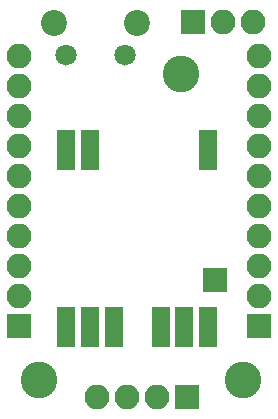
<source format=gbr>
G04 #@! TF.FileFunction,Soldermask,Bot*
%FSLAX46Y46*%
G04 Gerber Fmt 4.6, Leading zero omitted, Abs format (unit mm)*
G04 Created by KiCad (PCBNEW 4.0.7-e2-6376~61~ubuntu18.04.1) date Sun Jul  8 15:07:32 2018*
%MOMM*%
%LPD*%
G01*
G04 APERTURE LIST*
%ADD10C,0.100000*%
%ADD11C,1.808000*%
%ADD12C,2.200000*%
%ADD13C,3.100000*%
%ADD14R,2.100000X2.100000*%
%ADD15O,2.100000X2.100000*%
%ADD16R,1.598880X3.399740*%
G04 APERTURE END LIST*
D10*
D11*
X116500000Y-132000000D03*
X111500000Y-132000000D03*
D12*
X117500000Y-129300000D03*
X110500000Y-129300000D03*
D13*
X109200000Y-159500000D03*
X126500000Y-159500000D03*
X121200000Y-133600000D03*
D14*
X107500000Y-154900000D03*
D15*
X107500000Y-152360000D03*
X107500000Y-149820000D03*
X107500000Y-147280000D03*
X107500000Y-144740000D03*
X107500000Y-142200000D03*
X107500000Y-139660000D03*
X107500000Y-137120000D03*
X107500000Y-134580000D03*
X107500000Y-132040000D03*
D14*
X127820000Y-154900000D03*
D15*
X127820000Y-152360000D03*
X127820000Y-149820000D03*
X127820000Y-147280000D03*
X127820000Y-144740000D03*
X127820000Y-142200000D03*
X127820000Y-139660000D03*
X127820000Y-137120000D03*
X127820000Y-134580000D03*
X127820000Y-132040000D03*
D14*
X122220000Y-129200000D03*
D15*
X124760000Y-129200000D03*
X127300000Y-129200000D03*
D14*
X121680000Y-160900000D03*
D15*
X119140000Y-160900000D03*
X116600000Y-160900000D03*
X114060000Y-160900000D03*
D14*
X124100000Y-151000000D03*
D16*
X123500000Y-154996160D03*
X121498480Y-154996160D03*
X119499500Y-154996160D03*
X115501540Y-154996160D03*
X113502560Y-154996160D03*
X111501040Y-154996160D03*
X111501040Y-140000000D03*
X113502560Y-140000000D03*
X123500000Y-140000000D03*
M02*

</source>
